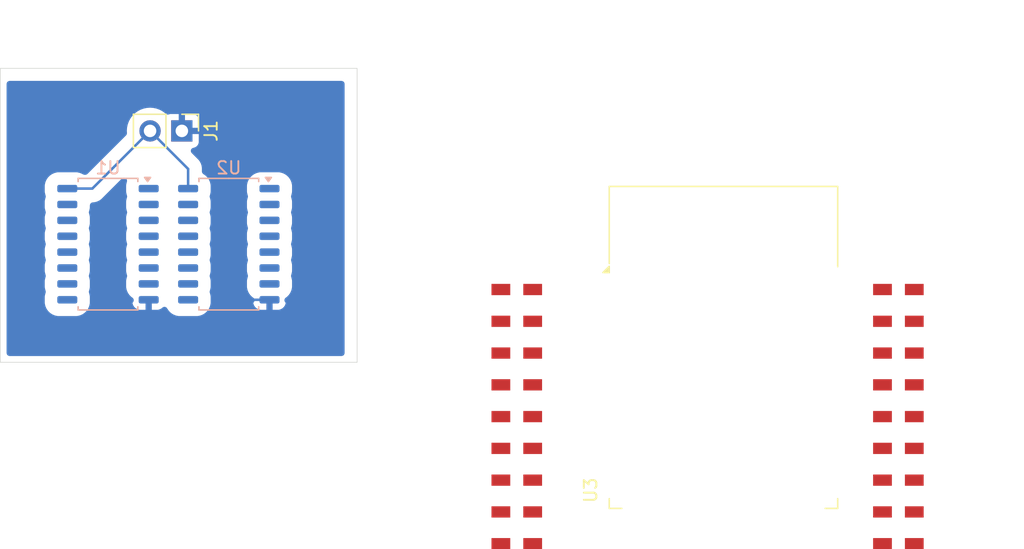
<source format=kicad_pcb>
(kicad_pcb (version 20240108) (generator "pcbnew") (generator_version "8.0")
  (layers (0 "F.Cu" signal) (31 "B.Cu" signal) (34 "B.Paste" user) (35 "F.Paste" user) (36 "B.SilkS" user "B.Silkscreen") (37 "F.SilkS" user "F.Silkscreen") (38 "B.Mask" user) (39 "F.Mask" user) (44 "Edge.Cuts" user))
  (net 0 "")
  (net 1 "GND")
  (net 2 "+3.3V")
  (footprint "Connector_PinHeader_2.54mm:PinHeader_1x02_P2.54mm_Vertical" (layer "F.Cu") (at 102.5 88.5 -90)
    (property "Reference" "J1" (at 0 -2.33 90) (layer "F.SilkS"))
    (property "Value" "Conn_01x02_Pin" (hide yes))
    (fp_line (start -1.33 3.87) (end 1.33 3.87) (stroke (width 0.12)) (layer "F.SilkS"))
    (fp_line (start -1.33 1.27) (end -1.33 3.87) (stroke (width 0.12)) (layer "F.SilkS"))
    (fp_line (start -1.33 1.27) (end 1.33 1.27) (stroke (width 0.12)) (layer "F.SilkS"))
    (fp_line (start 1.33 1.27) (end 1.33 3.87) (stroke (width 0.12)) (layer "F.SilkS"))
    (fp_line (start -1.33 0) (end -1.33 -1.33) (stroke (width 0.12)) (layer "F.SilkS"))
    (fp_line (start -1.33 -1.33) (end 0 -1.33) (stroke (width 0.12)) (layer "F.SilkS"))
    (pad "1" thru_hole rect (at 0 0 270) (size 1.7 1.7) (drill 1) (layers "*.Cu" "*.Mask") (net 1 "GND"))
    (pad "2" thru_hole oval (at 0 2.54 270) (size 1.7 1.7) (drill 1) (layers "*.Cu" "*.Mask") (net 2 "+3.3V"))
  )
  (footprint "main:ESP32-WROOM-32" (layer "F.Cu") (at 145.76 108.8)
    (property "Reference" "U3" (at -10.61 8.43 90) (layer "F.SilkS"))
    (property "Value" "ESP32-WROOM-32")
    (fp_line (start -9.12 -15.86) (end -9.12 -9.7) (stroke (width 0.12)) (layer "F.SilkS"))
    (fp_line (start -9.12 -15.86) (end 9.12 -15.86) (stroke (width 0.12)) (layer "F.SilkS"))
    (fp_line (start -9.12 9.1) (end -9.12 9.88) (stroke (width 0.12)) (layer "F.SilkS"))
    (fp_line (start -9.12 9.88) (end -8.12 9.88) (stroke (width 0.12)) (layer "F.SilkS"))
    (fp_line (start 9.12 -15.86) (end 9.12 -9.445) (stroke (width 0.12)) (layer "F.SilkS"))
    (fp_line (start 9.12 9.1) (end 9.12 9.88) (stroke (width 0.12)) (layer "F.SilkS"))
    (fp_line (start 9.12 9.88) (end 8.12 9.88) (stroke (width 0.12)) (layer "F.SilkS"))
    (fp_poly (pts (xy -9.125 -8.975) (xy -9.625 -8.975) (xy -9.125 -9.475) (xy -9.125 -8.975)) (stroke (width 0.12)) (fill solid) (layer "F.SilkS"))
    (pad "1" smd rect (at 12.7 -7.62) (size 1.5 0.9) (layers "F.Cu" "F.Paste" "F.Mask") (net 1 "GND"))
    (pad "2" smd rect (at 15.24 -7.62) (size 1.5 0.9) (layers "F.Cu" "F.Paste" "F.Mask") (net 2 "+3.3V"))
    (pad "3" smd rect (at 12.7 -5.08) (size 1.5 0.9) (layers "F.Cu" "F.Paste" "F.Mask"))
    (pad "4" smd rect (at -15.24 -7.62) (size 1.5 0.9) (layers "F.Cu" "F.Paste" "F.Mask"))
    (pad "5" smd rect (at -17.78 -7.62) (size 1.5 0.9) (layers "F.Cu" "F.Paste" "F.Mask"))
    (pad "6" smd rect (at -15.24 -5.08) (size 1.5 0.9) (layers "F.Cu" "F.Paste" "F.Mask"))
    (pad "7" smd rect (at -17.78 -5.08) (size 1.5 0.9) (layers "F.Cu" "F.Paste" "F.Mask"))
    (pad "8" smd rect (at -15.24 -2.54) (size 1.5 0.9) (layers "F.Cu" "F.Paste" "F.Mask"))
    (pad "9" smd rect (at -17.78 -2.54) (size 1.5 0.9) (layers "F.Cu" "F.Paste" "F.Mask"))
    (pad "10" smd rect (at -15.24 0) (size 1.5 0.9) (layers "F.Cu" "F.Paste" "F.Mask"))
    (pad "11" smd rect (at -17.78 0) (size 1.5 0.9) (layers "F.Cu" "F.Paste" "F.Mask"))
    (pad "12" smd rect (at -15.24 2.54) (size 1.5 0.9) (layers "F.Cu" "F.Paste" "F.Mask"))
    (pad "13" smd rect (at -17.78 2.54) (size 1.5 0.9) (layers "F.Cu" "F.Paste" "F.Mask"))
    (pad "14" smd rect (at -15.24 5.08) (size 1.5 0.9) (layers "F.Cu" "F.Paste" "F.Mask"))
    (pad "16" smd rect (at -17.78 5.08 180) (size 1.5 0.9) (layers "F.Cu" "F.Paste" "F.Mask"))
    (pad "17" smd rect (at -15.24 7.62 180) (size 1.5 0.9) (layers "F.Cu" "F.Paste" "F.Mask"))
    (pad "18" smd rect (at -17.78 7.62 180) (size 1.5 0.9) (layers "F.Cu" "F.Paste" "F.Mask"))
    (pad "19" smd rect (at -15.24 10.16 180) (size 1.5 0.9) (layers "F.Cu" "F.Paste" "F.Mask"))
    (pad "20" smd rect (at -17.78 10.16 180) (size 1.5 0.9) (layers "F.Cu" "F.Paste" "F.Mask"))
    (pad "21" smd rect (at -15.24 12.7 180) (size 1.5 0.9) (layers "F.Cu" "F.Paste" "F.Mask"))
    (pad "22" smd rect (at -17.78 12.7 180) (size 1.5 0.9) (layers "F.Cu" "F.Paste" "F.Mask"))
    (pad "23" smd rect (at 12.7 12.7 180) (size 1.5 0.9) (layers "F.Cu" "F.Paste" "F.Mask"))
    (pad "24" smd rect (at 15.24 12.7 180) (size 1.5 0.9) (layers "F.Cu" "F.Paste" "F.Mask"))
    (pad "25" smd rect (at 12.7 10.16) (size 1.5 0.9) (layers "F.Cu" "F.Paste" "F.Mask"))
    (pad "26" smd rect (at 15.24 10.16) (size 1.5 0.9) (layers "F.Cu" "F.Paste" "F.Mask"))
    (pad "27" smd rect (at 12.7 7.62) (size 1.5 0.9) (layers "F.Cu" "F.Paste" "F.Mask"))
    (pad "28" smd rect (at 15.24 7.62) (size 1.5 0.9) (layers "F.Cu" "F.Paste" "F.Mask"))
    (pad "29" smd rect (at 12.7 5.08) (size 1.5 0.9) (layers "F.Cu" "F.Paste" "F.Mask"))
    (pad "30" smd rect (at 15.24 5.08) (size 1.5 0.9) (layers "F.Cu" "F.Paste" "F.Mask"))
    (pad "31" smd rect (at 12.7 2.54) (size 1.5 0.9) (layers "F.Cu" "F.Paste" "F.Mask"))
    (pad "33" smd rect (at 15.24 2.54) (size 1.5 0.9) (layers "F.Cu" "F.Paste" "F.Mask"))
    (pad "34" smd rect (at 15.24 -2.54) (size 1.5 0.9) (layers "F.Cu" "F.Paste" "F.Mask"))
    (pad "35" smd rect (at 15.24 -5.08) (size 1.5 0.9) (layers "F.Cu" "F.Paste" "F.Mask"))
    (pad "36" smd rect (at 12.7 0) (size 1.5 0.9) (layers "F.Cu" "F.Paste" "F.Mask"))
    (pad "37" smd rect (at 12.7 -2.54) (size 1.5 0.9) (layers "F.Cu" "F.Paste" "F.Mask"))
    (pad "38" smd rect (at 15.24 0) (size 1.5 0.9) (layers "F.Cu" "F.Paste" "F.Mask") (net 1 "GND"))
    (zone (net 0) (net_name "") (layers "F&B.Cu") (connect_pads (clearance 0)) (min_thickness 0.254)
      (keepout (tracks not_allowed) (vias not_allowed) (pads not_allowed) (copperpour not_allowed) (footprints not_allowed))
      (fill (thermal_gap 0.508) (thermal_bridge_width 0.508))
      (polygon (pts (xy 121.76 99) (xy 169.76 99) (xy 169.76 78.06) (xy 121.76 78.06)))
    )
  )
  (footprint "Package_SO:SOP-16_4.55x10.3mm_P1.27mm" (layer "B.Cu") (at 96.6 97.555 180)
    (property "Reference" "U1" (at 0 6.1 0) (layer "B.SilkS") (effects (justify mirror)))
    (property "Value" "74HC165")
    (fp_line (start 2.385 5.26) (end 0 5.26) (stroke (width 0.12)) (layer "B.SilkS"))
    (fp_line (start 2.385 5.005) (end 2.385 5.26) (stroke (width 0.12)) (layer "B.SilkS"))
    (fp_line (start 2.385 -5.005) (end 2.385 -5.26) (stroke (width 0.12)) (layer "B.SilkS"))
    (fp_line (start 2.385 -5.26) (end 0 -5.26) (stroke (width 0.12)) (layer "B.SilkS"))
    (fp_line (start -2.385 5.26) (end 0 5.26) (stroke (width 0.12)) (layer "B.SilkS"))
    (fp_line (start -2.385 5.005) (end -2.385 5.26) (stroke (width 0.12)) (layer "B.SilkS"))
    (fp_line (start -2.385 -5.005) (end -2.385 -5.26) (stroke (width 0.12)) (layer "B.SilkS"))
    (fp_line (start -2.385 -5.26) (end 0 -5.26) (stroke (width 0.12)) (layer "B.SilkS"))
    (fp_poly (pts (xy -3.1625 5.005) (xy -3.4025 5.335) (xy -2.9225 5.335) (xy -3.1625 5.005)) (stroke (width 0.12)) (fill solid) (layer "B.SilkS"))
    (pad "1" smd roundrect (at -3.25 4.445 180) (size 1.6 0.6) (layers "B.Cu" "B.Paste" "B.Mask"))
    (pad "2" smd roundrect (at -3.25 3.175 180) (size 1.6 0.6) (layers "B.Cu" "B.Paste" "B.Mask"))
    (pad "3" smd roundrect (at -3.25 1.905 180) (size 1.6 0.6) (layers "B.Cu" "B.Paste" "B.Mask"))
    (pad "4" smd roundrect (at -3.25 0.635 180) (size 1.6 0.6) (layers "B.Cu" "B.Paste" "B.Mask"))
    (pad "5" smd roundrect (at -3.25 -0.635 180) (size 1.6 0.6) (layers "B.Cu" "B.Paste" "B.Mask"))
    (pad "6" smd roundrect (at -3.25 -1.905 180) (size 1.6 0.6) (layers "B.Cu" "B.Paste" "B.Mask"))
    (pad "7" smd roundrect (at -3.25 -3.175 180) (size 1.6 0.6) (layers "B.Cu" "B.Paste" "B.Mask"))
    (pad "8" smd roundrect (at -3.25 -4.445 180) (size 1.6 0.6) (layers "B.Cu" "B.Paste" "B.Mask") (net 1 "GND"))
    (pad "9" smd roundrect (at 3.25 -4.445 180) (size 1.6 0.6) (layers "B.Cu" "B.Paste" "B.Mask"))
    (pad "10" smd roundrect (at 3.25 -3.175 180) (size 1.6 0.6) (layers "B.Cu" "B.Paste" "B.Mask"))
    (pad "11" smd roundrect (at 3.25 -1.905 180) (size 1.6 0.6) (layers "B.Cu" "B.Paste" "B.Mask"))
    (pad "12" smd roundrect (at 3.25 -0.635 180) (size 1.6 0.6) (layers "B.Cu" "B.Paste" "B.Mask"))
    (pad "13" smd roundrect (at 3.25 0.635 180) (size 1.6 0.6) (layers "B.Cu" "B.Paste" "B.Mask"))
    (pad "14" smd roundrect (at 3.25 1.905 180) (size 1.6 0.6) (layers "B.Cu" "B.Paste" "B.Mask"))
    (pad "15" smd roundrect (at 3.25 3.175 180) (size 1.6 0.6) (layers "B.Cu" "B.Paste" "B.Mask"))
    (pad "16" smd roundrect (at 3.25 4.445 180) (size 1.6 0.6) (layers "B.Cu" "B.Paste" "B.Mask") (net 2 "+3.3V"))
  )
  (footprint "Package_SO:SOP-16_4.55x10.3mm_P1.27mm" (layer "B.Cu") (at 106.25 97.555 180)
    (property "Reference" "U2" (at 0 6.1 0) (layer "B.SilkS") (effects (justify mirror)))
    (property "Value" "74HC165")
    (fp_line (start 2.385 5.26) (end 0 5.26) (stroke (width 0.12)) (layer "B.SilkS"))
    (fp_line (start 2.385 5.005) (end 2.385 5.26) (stroke (width 0.12)) (layer "B.SilkS"))
    (fp_line (start 2.385 -5.005) (end 2.385 -5.26) (stroke (width 0.12)) (layer "B.SilkS"))
    (fp_line (start 2.385 -5.26) (end 0 -5.26) (stroke (width 0.12)) (layer "B.SilkS"))
    (fp_line (start -2.385 5.26) (end 0 5.26) (stroke (width 0.12)) (layer "B.SilkS"))
    (fp_line (start -2.385 5.005) (end -2.385 5.26) (stroke (width 0.12)) (layer "B.SilkS"))
    (fp_line (start -2.385 -5.005) (end -2.385 -5.26) (stroke (width 0.12)) (layer "B.SilkS"))
    (fp_line (start -2.385 -5.26) (end 0 -5.26) (stroke (width 0.12)) (layer "B.SilkS"))
    (fp_poly (pts (xy -3.1625 5.005) (xy -3.4025 5.335) (xy -2.9225 5.335) (xy -3.1625 5.005)) (stroke (width 0.12)) (fill solid) (layer "B.SilkS"))
    (pad "1" smd roundrect (at -3.25 4.445 180) (size 1.6 0.6) (layers "B.Cu" "B.Paste" "B.Mask"))
    (pad "2" smd roundrect (at -3.25 3.175 180) (size 1.6 0.6) (layers "B.Cu" "B.Paste" "B.Mask"))
    (pad "3" smd roundrect (at -3.25 1.905 180) (size 1.6 0.6) (layers "B.Cu" "B.Paste" "B.Mask"))
    (pad "4" smd roundrect (at -3.25 0.635 180) (size 1.6 0.6) (layers "B.Cu" "B.Paste" "B.Mask"))
    (pad "5" smd roundrect (at -3.25 -0.635 180) (size 1.6 0.6) (layers "B.Cu" "B.Paste" "B.Mask"))
    (pad "6" smd roundrect (at -3.25 -1.905 180) (size 1.6 0.6) (layers "B.Cu" "B.Paste" "B.Mask"))
    (pad "7" smd roundrect (at -3.25 -3.175 180) (size 1.6 0.6) (layers "B.Cu" "B.Paste" "B.Mask"))
    (pad "8" smd roundrect (at -3.25 -4.445 180) (size 1.6 0.6) (layers "B.Cu" "B.Paste" "B.Mask") (net 1 "GND"))
    (pad "9" smd roundrect (at 3.25 -4.445 180) (size 1.6 0.6) (layers "B.Cu" "B.Paste" "B.Mask"))
    (pad "10" smd roundrect (at 3.25 -3.175 180) (size 1.6 0.6) (layers "B.Cu" "B.Paste" "B.Mask"))
    (pad "11" smd roundrect (at 3.25 -1.905 180) (size 1.6 0.6) (layers "B.Cu" "B.Paste" "B.Mask"))
    (pad "12" smd roundrect (at 3.25 -0.635 180) (size 1.6 0.6) (layers "B.Cu" "B.Paste" "B.Mask"))
    (pad "13" smd roundrect (at 3.25 0.635 180) (size 1.6 0.6) (layers "B.Cu" "B.Paste" "B.Mask"))
    (pad "14" smd roundrect (at 3.25 1.905 180) (size 1.6 0.6) (layers "B.Cu" "B.Paste" "B.Mask"))
    (pad "15" smd roundrect (at 3.25 3.175 180) (size 1.6 0.6) (layers "B.Cu" "B.Paste" "B.Mask"))
    (pad "16" smd roundrect (at 3.25 4.445 180) (size 1.6 0.6) (layers "B.Cu" "B.Paste" "B.Mask") (net 2 "+3.3V"))
  )
  (gr_rect (start 88 83.5) (end 116.5 107) (stroke (width 0.05)) (fill none) (layer "Edge.Cuts"))
  (segment (start 106 102) (end 109.5 102) (width 0.2) (layer "B.Cu") (net 1))
  (segment (start 100 104.5) (end 99.85 104.35) (width 0.2) (layer "B.Cu") (net 1))
  (segment (start 102.5 88.5) (end 105 88.5) (width 0.2) (layer "B.Cu") (net 1))
  (segment (start 106 102) (end 106 104) (width 0.2) (layer "B.Cu") (net 1))
  (segment (start 106 89.5) (end 106 102) (width 0.2) (layer "B.Cu") (net 1))
  (segment (start 105.5 104.5) (end 100 104.5) (width 0.2) (layer "B.Cu") (net 1))
  (segment (start 99.85 104.35) (end 99.85 102) (width 0.2) (layer "B.Cu") (net 1))
  (segment (start 106 104) (end 105.5 104.5) (width 0.2) (layer "B.Cu") (net 1))
  (segment (start 105 88.5) (end 106 89.5) (width 0.2) (layer "B.Cu") (net 1))
  (segment (start 103 91.54) (end 103 93.11) (width 0.2) (layer "B.Cu") (net 2))
  (segment (start 99.96 88.5) (end 103 91.54) (width 0.2) (layer "B.Cu") (net 2))
  (segment (start 99.96 88.5) (end 95.35 93.11) (width 0.2) (layer "B.Cu") (net 2))
  (segment (start 95.35 93.11) (end 93.35 93.11) (width 0.2) (layer "B.Cu") (net 2))
  (zone (net 1) (net_name "GND") (layer "B.Cu") (name "gnd1") (connect_pads (clearance 1)) (min_thickness 0.5) (fill yes (thermal_gap 0.5) (thermal_bridge_width 0.5))
    (polygon (pts (xy 115.5 106.5) (xy 115.5 84.5) (xy 88.5 84.5) (xy 88.5 106.5)))
  )
)
</source>
